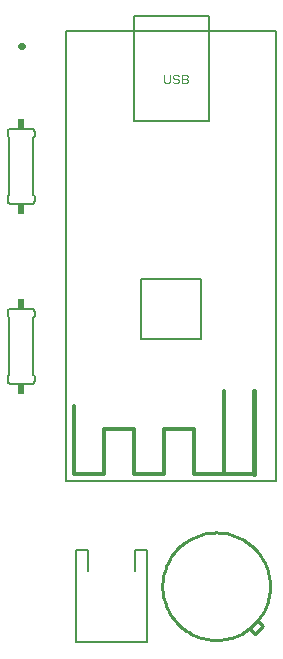
<source format=gto>
G75*
G70*
%OFA0B0*%
%FSLAX24Y24*%
%IPPOS*%
%LPD*%
%AMOC8*
5,1,8,0,0,1.08239X$1,22.5*
%
%ADD10C,0.0050*%
%ADD11C,0.0120*%
%ADD12C,0.0160*%
%ADD13C,0.0030*%
%ADD14C,0.0220*%
%ADD15C,0.0060*%
%ADD16R,0.0240X0.0340*%
%ADD17C,0.0100*%
%ADD18C,0.0080*%
D10*
X041333Y006162D02*
X041333Y021162D01*
X043583Y021162D01*
X043583Y021662D01*
X046083Y021662D01*
X046083Y021162D01*
X046083Y018162D01*
X043583Y018162D01*
X043583Y021162D01*
X046083Y021162D01*
X048333Y021162D01*
X048333Y006162D01*
X041333Y006162D01*
X043833Y010912D02*
X043833Y012912D01*
X045833Y012912D01*
X045833Y010912D01*
X043833Y010912D01*
D11*
X046583Y009162D02*
X046583Y006412D01*
X045583Y006412D01*
X045583Y007912D01*
X044583Y007912D01*
X044583Y006412D01*
X043583Y006412D01*
X043583Y007912D01*
X042583Y007912D01*
X042583Y006412D01*
X041583Y006412D01*
X041583Y008662D01*
X046583Y006412D02*
X047583Y006412D01*
D12*
X047583Y009162D01*
D13*
X045333Y019427D02*
X045188Y019427D01*
X045188Y019717D01*
X045333Y019717D01*
X045381Y019669D01*
X045381Y019621D01*
X045333Y019572D01*
X045188Y019572D01*
X045086Y019524D02*
X045086Y019476D01*
X045038Y019427D01*
X044941Y019427D01*
X044893Y019476D01*
X044792Y019476D02*
X044792Y019717D01*
X044893Y019669D02*
X044893Y019621D01*
X044941Y019572D01*
X045038Y019572D01*
X045086Y019524D01*
X045086Y019669D02*
X045038Y019717D01*
X044941Y019717D01*
X044893Y019669D01*
X044792Y019476D02*
X044743Y019427D01*
X044647Y019427D01*
X044598Y019476D01*
X044598Y019717D01*
X045333Y019572D02*
X045381Y019524D01*
X045381Y019476D01*
X045333Y019427D01*
D14*
X039845Y020662D02*
X039821Y020662D01*
D15*
X039383Y009662D02*
X039383Y009512D01*
X039385Y009495D01*
X039389Y009478D01*
X039396Y009462D01*
X039406Y009448D01*
X039419Y009435D01*
X039433Y009425D01*
X039449Y009418D01*
X039466Y009414D01*
X039483Y009412D01*
X040183Y009412D01*
X040200Y009414D01*
X040217Y009418D01*
X040233Y009425D01*
X040247Y009435D01*
X040260Y009448D01*
X040270Y009462D01*
X040277Y009478D01*
X040281Y009495D01*
X040283Y009512D01*
X040283Y009662D01*
X040233Y009712D01*
X040233Y011612D01*
X040283Y011662D01*
X040283Y011812D01*
X040281Y011829D01*
X040277Y011846D01*
X040270Y011862D01*
X040260Y011876D01*
X040247Y011889D01*
X040233Y011899D01*
X040217Y011906D01*
X040200Y011910D01*
X040183Y011912D01*
X039483Y011912D01*
X039466Y011910D01*
X039449Y011906D01*
X039433Y011899D01*
X039419Y011889D01*
X039406Y011876D01*
X039396Y011862D01*
X039389Y011846D01*
X039385Y011829D01*
X039383Y011812D01*
X039383Y011662D01*
X039433Y011612D01*
X039433Y009712D01*
X039383Y009662D01*
X039483Y015412D02*
X040183Y015412D01*
X040200Y015414D01*
X040217Y015418D01*
X040233Y015425D01*
X040247Y015435D01*
X040260Y015448D01*
X040270Y015462D01*
X040277Y015478D01*
X040281Y015495D01*
X040283Y015512D01*
X040283Y015662D01*
X040233Y015712D01*
X040233Y017612D01*
X040283Y017662D01*
X040283Y017812D01*
X040281Y017829D01*
X040277Y017846D01*
X040270Y017862D01*
X040260Y017876D01*
X040247Y017889D01*
X040233Y017899D01*
X040217Y017906D01*
X040200Y017910D01*
X040183Y017912D01*
X039483Y017912D01*
X039466Y017910D01*
X039449Y017906D01*
X039433Y017899D01*
X039419Y017889D01*
X039406Y017876D01*
X039396Y017862D01*
X039389Y017846D01*
X039385Y017829D01*
X039383Y017812D01*
X039383Y017662D01*
X039433Y017612D01*
X039433Y015712D01*
X039383Y015662D01*
X039383Y015512D01*
X039385Y015495D01*
X039389Y015478D01*
X039396Y015462D01*
X039406Y015448D01*
X039419Y015435D01*
X039433Y015425D01*
X039449Y015418D01*
X039466Y015414D01*
X039483Y015412D01*
D16*
X039833Y015242D03*
X039833Y018082D03*
X039833Y012082D03*
X039833Y009242D03*
D17*
X044540Y002662D02*
X044542Y002750D01*
X044549Y002838D01*
X044559Y002925D01*
X044574Y003012D01*
X044594Y003098D01*
X044617Y003182D01*
X044645Y003266D01*
X044676Y003348D01*
X044712Y003429D01*
X044752Y003507D01*
X044795Y003584D01*
X044842Y003658D01*
X044893Y003730D01*
X044947Y003799D01*
X045004Y003866D01*
X045065Y003930D01*
X045129Y003991D01*
X045196Y004048D01*
X045265Y004102D01*
X045337Y004153D01*
X045411Y004200D01*
X045488Y004243D01*
X045566Y004283D01*
X045647Y004319D01*
X045729Y004350D01*
X045813Y004378D01*
X045897Y004401D01*
X045983Y004421D01*
X046070Y004436D01*
X046157Y004446D01*
X046245Y004453D01*
X046333Y004455D01*
X046421Y004453D01*
X046509Y004446D01*
X046596Y004436D01*
X046683Y004421D01*
X046769Y004401D01*
X046853Y004378D01*
X046937Y004350D01*
X047019Y004319D01*
X047100Y004283D01*
X047178Y004243D01*
X047255Y004200D01*
X047329Y004153D01*
X047401Y004102D01*
X047470Y004048D01*
X047537Y003991D01*
X047601Y003930D01*
X047662Y003866D01*
X047719Y003799D01*
X047773Y003730D01*
X047824Y003658D01*
X047871Y003584D01*
X047914Y003507D01*
X047954Y003429D01*
X047990Y003348D01*
X048021Y003266D01*
X048049Y003182D01*
X048072Y003098D01*
X048092Y003012D01*
X048107Y002925D01*
X048117Y002838D01*
X048124Y002750D01*
X048126Y002662D01*
X048124Y002574D01*
X048117Y002486D01*
X048107Y002399D01*
X048092Y002312D01*
X048072Y002226D01*
X048049Y002142D01*
X048021Y002058D01*
X047990Y001976D01*
X047954Y001895D01*
X047914Y001817D01*
X047871Y001740D01*
X047824Y001666D01*
X047773Y001594D01*
X047719Y001525D01*
X047662Y001458D01*
X047601Y001394D01*
X047537Y001333D01*
X047470Y001276D01*
X047401Y001222D01*
X047329Y001171D01*
X047255Y001124D01*
X047178Y001081D01*
X047100Y001041D01*
X047019Y001005D01*
X046937Y000974D01*
X046853Y000946D01*
X046769Y000923D01*
X046683Y000903D01*
X046596Y000888D01*
X046509Y000878D01*
X046421Y000871D01*
X046333Y000869D01*
X046245Y000871D01*
X046157Y000878D01*
X046070Y000888D01*
X045983Y000903D01*
X045897Y000923D01*
X045813Y000946D01*
X045729Y000974D01*
X045647Y001005D01*
X045566Y001041D01*
X045488Y001081D01*
X045411Y001124D01*
X045337Y001171D01*
X045265Y001222D01*
X045196Y001276D01*
X045129Y001333D01*
X045065Y001394D01*
X045004Y001458D01*
X044947Y001525D01*
X044893Y001594D01*
X044842Y001666D01*
X044795Y001740D01*
X044752Y001817D01*
X044712Y001895D01*
X044676Y001976D01*
X044645Y002058D01*
X044617Y002142D01*
X044594Y002226D01*
X044574Y002312D01*
X044559Y002399D01*
X044549Y002486D01*
X044542Y002574D01*
X044540Y002662D01*
X047719Y001515D02*
X047886Y001348D01*
X047900Y001334D02*
X047636Y001070D01*
X047622Y001084D02*
X047455Y001251D01*
D18*
X044014Y000800D02*
X041652Y000800D01*
X041652Y003871D01*
X042046Y003871D01*
X042046Y003162D01*
X043621Y003162D02*
X043621Y003871D01*
X044014Y003871D01*
X044014Y000800D01*
M02*

</source>
